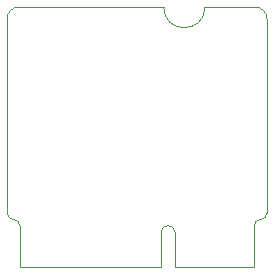
<source format=gm1>
G04*
G04 #@! TF.GenerationSoftware,Altium Limited,Altium Designer,22.8.2 (66)*
G04*
G04 Layer_Color=16711935*
%FSLAX25Y25*%
%MOIN*%
G70*
G04*
G04 #@! TF.SameCoordinates,744AB1CC-70DD-4D7F-AE9B-81A1BAE70893*
G04*
G04*
G04 #@! TF.FilePolarity,Positive*
G04*
G01*
G75*
%ADD50C,0.00394*%
D50*
X-281Y86612D02*
G03*
X-4218Y82675I0J-3937D01*
G01*
X14Y13778D02*
G03*
X-1954Y15746I-1968J0D01*
G01*
X47947Y86612D02*
G03*
X61727Y86612I6890J0D01*
G01*
X47947D02*
G03*
X61727Y86612I6890J0D01*
G01*
X51786Y11415D02*
G03*
X47061Y11415I-2362J0D01*
G01*
X80132Y15746D02*
G03*
X82396Y18010I0J2264D01*
G01*
X-4218D02*
G03*
X-1954Y15746I2264J0D01*
G01*
X82396Y82675D02*
G03*
X78459Y86612I-3937J0D01*
G01*
X80132Y15746D02*
G03*
X78164Y13778I0J-1968D01*
G01*
X51786Y-2D02*
X78164D01*
X-4218Y18010D02*
Y82675D01*
X51786Y-2D02*
Y11415D01*
X14Y-2D02*
X47061D01*
X14D02*
Y13778D01*
X47061Y-2D02*
Y11415D01*
X82396Y18010D02*
Y82675D01*
X78164Y-2D02*
Y13778D01*
X61727Y86612D02*
X78459D01*
X-281D02*
X47947D01*
M02*

</source>
